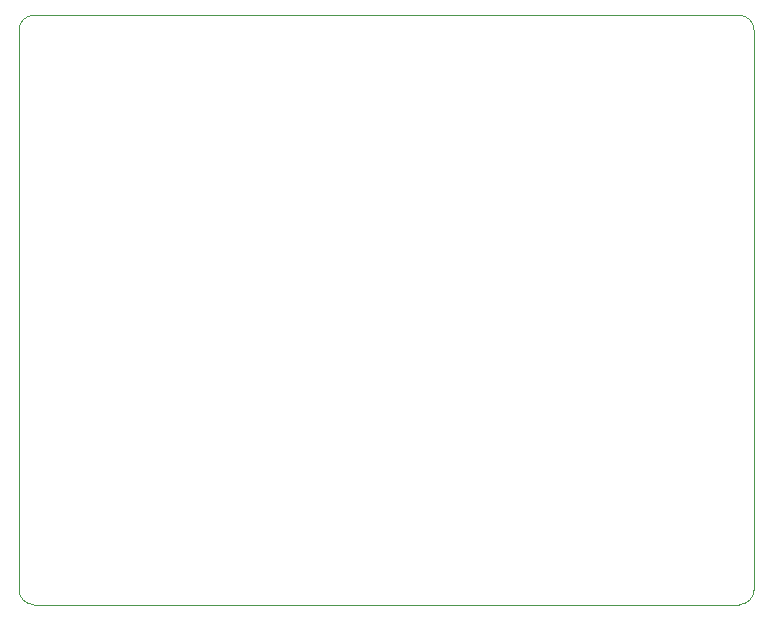
<source format=gbr>
G04 (created by PCBNEW (22-Jun-2014 BZR 4027)-stable) date Sat 31 Mar 2018 01:34:17 AM CDT*
%MOIN*%
G04 Gerber Fmt 3.4, Leading zero omitted, Abs format*
%FSLAX34Y34*%
G01*
G70*
G90*
G04 APERTURE LIST*
%ADD10C,0.00590551*%
%ADD11C,0.00393701*%
G04 APERTURE END LIST*
G54D10*
G54D11*
X68500Y-49175D02*
X68500Y-67825D01*
X92500Y-48675D02*
X69000Y-48675D01*
X93000Y-67825D02*
X93000Y-49175D01*
X69000Y-68325D02*
X92500Y-68325D01*
X92500Y-68325D02*
G75*
G03X93000Y-67825I0J500D01*
G74*
G01*
X68500Y-67825D02*
G75*
G03X69000Y-68325I500J0D01*
G74*
G01*
X69000Y-48675D02*
G75*
G03X68500Y-49175I0J-500D01*
G74*
G01*
X93000Y-49175D02*
G75*
G03X92500Y-48675I-500J0D01*
G74*
G01*
X93000Y-50500D02*
X93000Y-66500D01*
M02*

</source>
